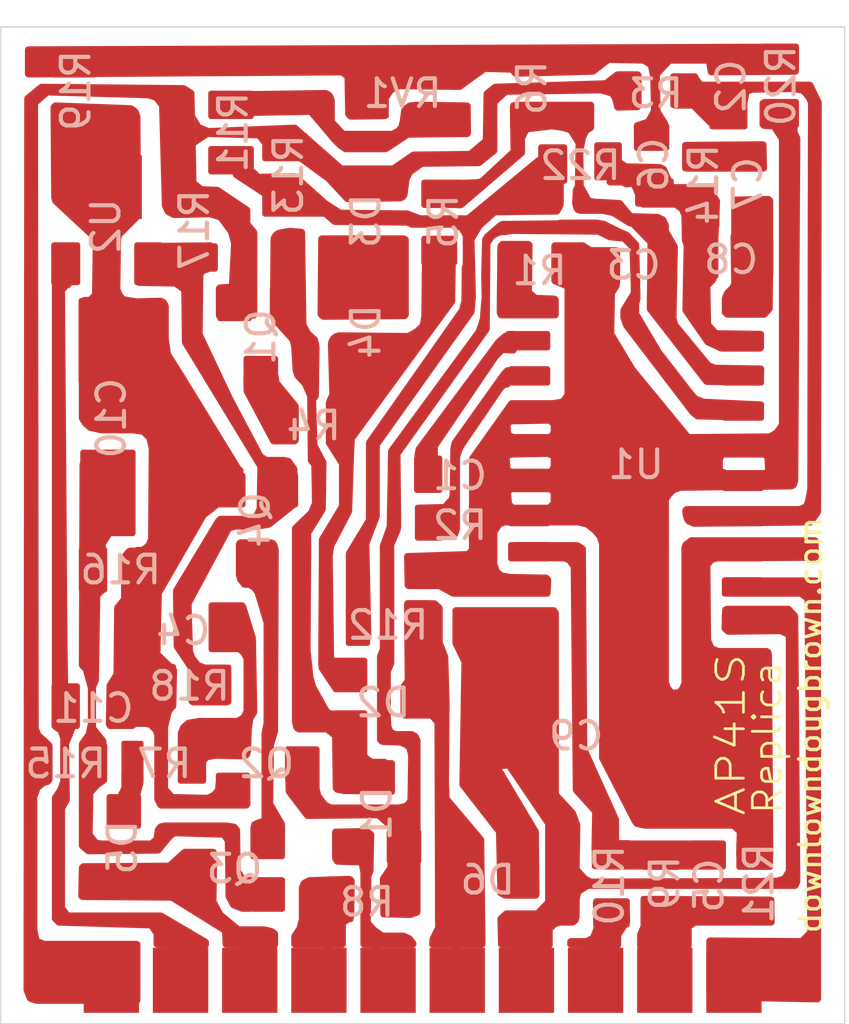
<source format=kicad_pcb>
(kicad_pcb (version 20241229) (generator "pcbnew") (generator_version "9.0")
  (layers (0 "F.Cu" signal) (2 "B.Cu" signal) (13 "F.Paste" user) (15 "B.Paste" user) (5 "F.SilkS" user "F.Silkscreen") (7 "B.SilkS" user "B.Silkscreen") (1 "F.Mask" user) (3 "B.Mask" user) (25 "Edge.Cuts" user))
  (net 0 "")
  (net 1 "GND")
  (net 2 "Net-(U1-CF)")
  (net 3 "Net-(U1-VF)")
  (net 4 "Net-(U1-OVP)")
  (net 5 "Net-(Q2-B)")
  (net 6 "Net-(U1-CLM-)")
  (net 7 "Net-(R11-Pad2)")
  (net 8 "Net-(C7-Pad1)")
  (net 9 "+12V_ALWAYS_ON")
  (net 10 "Net-(Q3-B)")
  (net 11 "-12V")
  (net 12 "Net-(D1-K)")
  (net 13 "Net-(D2-A)")
  (net 14 "+12V")
  (net 15 "+5V")
  (net 16 "Net-(D3-A)")
  (net 17 "Net-(D5-K)")
  (net 18 "/{slash}PFW")
  (net 19 "/CLM_CIRCUIT")
  (net 20 "/RESET_FEEDBACK")
  (net 21 "+5V_ALWAYS_ON")
  (net 22 "/VOUT")
  (net 23 "Net-(Q1-C)")
  (net 24 "Net-(Q2-C)")
  (net 25 "Net-(Q3-E)")
  (net 26 "Net-(Q4-B)")
  (net 27 "Net-(U1-T-ON)")
  (net 28 "Net-(U1-T-OFF)")
  (net 29 "Net-(U1-DET)")
  (net 30 "Net-(R11-Pad1)")
  (net 31 "Net-(U1-F{slash}B)")
  (footprint "iisi-riser-board:R_0805_2012Metric" (layer "F.Cu") (at 125.35 69.6875 90)
    (property "Reference" "R14")
    (property "Value" "33k")
  )
  (footprint "iisi-riser-board:SOT-346-Rohm" (layer "F.Cu") (at 108.45 94.375 180)
    (property "Reference" "Q3")
    (property "Value" "2SC2412K")
  )
  (footprint "iisi-riser-board:R_0805_2012Metric" (layer "F.Cu") (at 114.0125 85.525 180)
    (property "Reference" "R12")
    (property "Value" "150k")
  )
  (footprint "iisi-riser-board:R_0805_2012Metric" (layer "F.Cu") (at 104.3375 83.6)
    (property "Reference" "R16")
    (property "Value" "4.7k")
  )
  (footprint "iisi-riser-board:C_0805_2012Metric" (layer "F.Cu") (at 103.35 88.525)
    (property "Reference" "C11")
    (property "Value" "?")
  )
  (footprint "iisi-riser-board:R_0805_2012Metric" (layer "F.Cu") (at 105.9125 90.5)
    (property "Reference" "R7")
    (property "Value" "1k")
  )
  (footprint "iisi-riser-board:R_0805_2012Metric" (layer "F.Cu") (at 108.325 67.8125 -90)
    (property "Reference" "R11")
    (property "Value" "6.8k")
  )
  (footprint "iisi-riser-board:R_0805_2012Metric" (layer "F.Cu") (at 116.4375 81.9 180)
    (property "Reference" "R2")
    (property "Value" "22k")
  )
  (footprint "iisi-riser-board:SC-59-Diode" (layer "F.Cu") (at 113.825 88.35)
    (property "Reference" "D2")
    (property "Value" "13V")
  )
  (footprint "Potentiometer_SMD:Potentiometer_Bourns_TC33X_Vertical" (layer "F.Cu") (at 114.525 66.375 180)
    (property "Reference" "RV1")
    (property "Value" "2.2k")
  )
  (footprint "iisi-riser-board:C_0805_2012Metric" (layer "F.Cu") (at 116.55 80.2)
    (property "Reference" "C1")
    (property "Value" "330pF")
  )
  (footprint "Package_TO_SOT_SMD:SOT-89-3" (layer "F.Cu") (at 103.85 70.6 90)
    (property "Reference" "U2")
    (property "Value" "M51944BML")
  )
  (footprint "iisi-riser-board:R_0805_2012Metric" (layer "F.Cu") (at 123.675 66.3)
    (property "Reference" "R3")
    (property "Value" "10k")
  )
  (footprint "Capacitor_SMD:C_1206_3216Metric" (layer "F.Cu") (at 106.6 85.675 180)
    (property "Reference" "C4")
    (property "Value" "0.22uF")
  )
  (footprint "iisi-riser-board:R_0805_2012Metric" (layer "F.Cu") (at 115.95 71.025 90)
    (property "Reference" "R5")
    (property "Value" "100")
  )
  (footprint "iisi-riser-board:CP_Elec" (layer "F.Cu") (at 103.875 78.125 90)
    (property "Reference" "C10")
    (property "Value" "100uF")
  )
  (footprint "iisi-riser-board:SOT-346-Rohm" (layer "F.Cu") (at 109.4 75.2 -90)
    (property "Reference" "Q1")
    (property "Value" "DTA114E")
  )
  (footprint "iisi-riser-board:C_0805_2012Metric" (layer "F.Cu") (at 126.325 66.15 90)
    (property "Reference" "C2")
    (property "Value" "0.01uF")
  )
  (footprint "iisi-riser-board:R_0805_2012Metric" (layer "F.Cu") (at 119.475 72.675 180)
    (property "Reference" "R1")
    (property "Value" "22k")
  )
  (footprint "iisi-riser-board:SC-59-Diode" (layer "F.Cu") (at 104.45 93.625 90)
    (property "Reference" "D5")
    (property "Value" "BAS16")
  )
  (footprint "iisi-riser-board:R_0805_2012Metric" (layer "F.Cu") (at 120.95 68.95)
    (property "Reference" "R22")
    (property "Value" "0")
  )
  (footprint "iisi-riser-board:R_0805_2012Metric" (layer "F.Cu") (at 122.075 94.8875 90)
    (property "Reference" "R10")
    (property "Value" "220")
  )
  (footprint "iisi-riser-board:SC-59-Diode" (layer "F.Cu") (at 113.15 75.1 -90)
    (property "Reference" "D4")
    (property "Value" "BAS16")
  )
  (footprint "iisi-riser-board:C_0805_2012Metric" (layer "F.Cu") (at 127 69.675 -90)
    (property "Reference" "C7")
    (property "Value" "3300pF")
  )
  (footprint "iisi-riser-board:R_0805_2012Metric" (layer "F.Cu") (at 107.025 71.325 -90)
    (property "Reference" "R17")
    (property "Value" "10k")
  )
  (footprint "iisi-riser-board:R_0805_2012Metric" (layer "F.Cu") (at 127.3 94.925 90)
    (property "Reference" "R21")
    (property "Value" "0")
  )
  (footprint "iisi-riser-board:C_0805_2012Metric" (layer "F.Cu") (at 122.875 72.65 180)
    (property "Reference" "C3")
    (property "Value" "0.01uF")
  )
  (footprint "iisi-riser-board:C_0805_2012Metric" (layer "F.Cu") (at 123.525 68.975 90)
    (property "Reference" "C6")
    (property "Value" "0.01uF")
  )
  (footprint "iisi-riser-board:C_0805_2012Metric" (layer "F.Cu") (at 126.4 72.4)
    (property "Reference" "C8")
    (property "Value" "1000pF")
  )
  (footprint "iisi-riser-board:R_0805_2012Metric" (layer "F.Cu") (at 106.825 87.825 180)
    (property "Reference" "R18")
    (property "Value" "47k")
  )
  (footprint "iisi-riser-board:SO-20_5.3x12.6mm_P1.27mm" (layer "F.Cu") (at 122.9625 79.775 180)
    (property "Reference" "U1")
    (property "Value" "M51977FP")
  )
  (footprint "iisi-riser-board:R_0805_2012Metric" (layer "F.Cu") (at 111.3125 78.3)
    (property "Reference" "R4")
    (property "Value" "4.7k")
  )
  (footprint "iisi-riser-board:EdgeConnector10" (layer "F.Cu") (at 115.25 98.425)
    (property "Reference" "J1" (hide yes))
    (property "Value" "Conn_01x10_Pin")
  )
  (footprint "iisi-riser-board:R_0805_2012Metric" (layer "F.Cu") (at 128.175 66.125 90)
    (property "Reference" "R20")
    (property "Value" "0")
  )
  (footprint "iisi-riser-board:R_0805_2012Metric" (layer "F.Cu") (at 123.85 94.9125 90)
    (property "Reference" "R9")
    (property "Value" "8.2")
  )
  (footprint "iisi-riser-board:SC-59-Diode" (layer "F.Cu") (at 117.525 94.85)
    (property "Reference" "D6")
    (property "Value" "SB05-05C-TB-E")
  )
  (footprint "iisi-riser-board:R_0805_2012Metric" (layer "F.Cu") (at 102.65 66.3125 90)
    (property "Reference" "R19")
    (property "Value" "0")
  )
  (footprint "iisi-riser-board:R_0805_2012Metric" (layer "F.Cu") (at 110.275 69.3375 -90)
    (property "Reference" "R13")
    (property "Value" "10k")
  )
  (footprint "iisi-riser-board:SC-59-Diode" (layer "F.Cu") (at 113.15 70.975 90)
    (property "Reference" "D3")
    (property "Value" "5.1V")
  )
  (footprint "iisi-riser-board:R_0805_2012Metric" (layer "F.Cu") (at 102.35 90.575)
    (property "Reference" "R15")
    (property "Value" "10k")
  )
  (footprint "iisi-riser-board:R_0805_2012Metric" (layer "F.Cu") (at 119.2 66.2 -90)
    (property "Reference" "R6")
    (property "Value" "10k")
  )
  (footprint "iisi-riser-board:CP_Elec" (layer "F.Cu") (at 120.65 89.5)
    (property "Reference" "C9")
    (property "Value" "33uF")
  )
  (footprint "iisi-riser-board:SOT-346-Rohm" (layer "F.Cu") (at 109.175 81.925 -90)
    (property "Reference" "Q4")
    (property "Value" "2SC2412K")
  )
  (footprint "iisi-riser-board:R_0805_2012Metric" (layer "F.Cu") (at 113.2375 95.45)
    (property "Reference" "R8")
    (property "Value" "100k")
  )
  (footprint "iisi-riser-board:SOT-346-Rohm" (layer "F.Cu") (at 109.6 90.6)
    (property "Reference" "Q2")
    (property "Value" "DTC124X")
  )
  (footprint "iisi-riser-board:SC-59-Diode" (layer "F.Cu") (at 113.625 92.4 90)
    (property "Reference" "D1")
    (property "Value" "18V")
  )
  (footprint "iisi-riser-board:C_0805_2012Metric" (layer "F.Cu") (at 125.55 94.9 -90)
    (property "Reference" "C5")
    (property "Value" "470pF")
  )
  (gr_line (start 130.5 64) (end 130.5 100) (stroke (width 0.05)) (layer "Edge.Cuts"))
  (gr_line (start 130.5 100) (end 100 100) (stroke (width 0.05)) (layer "Edge.Cuts"))
  (gr_line (start 100 64) (end 130.5 64) (stroke (width 0.05)) (layer "Edge.Cuts"))
  (gr_line (start 100 100) (end 100 64) (stroke (width 0.05)) (layer "Edge.Cuts"))
  (gr_text "Replica" (at 128.29 92.5 90) (layer "F.SilkS") (effects (font (size 1 1) (thickness 0.1)) (justify left bottom)))
  (gr_text "AP41S" (at 126.97 92.56 90) (layer "F.SilkS") (effects (font (size 1 1.25) (thickness 0.1)) (justify left bottom)))
  (gr_text "downtowndougbrown.com" (at 129.74 96.8 90) (layer "F.SilkS") (effects (font (size 0.8 0.8) (thickness 0.125)) (justify left bottom)))
  (segment (start 123.35 89.5) (end 123.328887 81.625) (width 0.2) (layer "F.Cu") (net 1))
  (segment (start 125.6 95.9) (end 123.85 95.9125) (width 0.2) (layer "F.Cu") (net 1))
  (segment (start 123.525 67.975) (end 123.675 67.175) (width 0.2) (layer "F.Cu") (net 1))
  (segment (start 104.35 88.525) (end 105.825 87.825) (width 0.2) (layer "F.Cu") (net 1))
  (segment (start 113.275 66.4) (end 113.6 65.475) (width 0.2) (layer "F.Cu") (net 1))
  (segment (start 102.65 67.3125) (end 103.85 69.99375) (width 0.2) (layer "F.Cu") (net 1))
  (segment (start 126.925 91.2) (end 125.325 89.2) (width 0.2) (layer "F.Cu") (net 1))
  (segment (start 117.325 83.875) (end 117.4375 81.925) (width 0.2) (layer "F.Cu") (net 1))
  (segment (start 103.85 69.99375) (end 103.875 75.35) (width 0.2) (layer "F.Cu") (net 1))
  (segment (start 125.3 64.975) (end 126.325 65.15) (width 0.2) (layer "F.Cu") (net 1))
  (segment (start 119.2 65.2) (end 123.625 65.05) (width 0.2) (layer "F.Cu") (net 1))
  (segment (start 120.475 72.65) (end 121.875 72.65) (width 0.2) (layer "F.Cu") (net 1))
  (segment (start 119.1 77.87) (end 123.1 79.2) (width 0.2) (layer "F.Cu") (net 1))
  (segment (start 107.125 80.925) (end 108.225 80.725) (width 0.2) (layer "F.Cu") (net 1))
  (segment (start 123.328887 81.625) (end 123.325 80.175) (width 0.2) (layer "F.Cu") (net 1))
  (segment (start 127.25 93.925) (end 126.925 91.2) (width 0.2) (layer "F.Cu") (net 1))
  (segment (start 126.825 79.14) (end 128.475 78.925) (width 0.2) (layer "F.Cu") (net 1))
  (segment (start 120.475 72.65) (end 123.1 79.2) (width 0.2) (layer "F.Cu") (net 1))
  (segment (start 119.1 79.14) (end 123.1 79.2) (width 0.2) (layer "F.Cu") (net 1))
  (segment (start 128.525 68.125) (end 128.175 67.125) (width 0.2) (layer "F.Cu") (net 1))
  (segment (start 125.1 82.975) (end 125.325 89.2) (width 0.2) (layer "F.Cu") (net 1))
  (segment (start 123.325 80.175) (end 126.825 80.41) (width 0.2) (layer "F.Cu") (net 1))
  (segment (start 123.1 79.2) (end 123.325 80.175) (width 0.2) (layer "F.Cu") (net 1))
  (segment (start 117.4375 81.925) (end 119.1 81.68) (width 0.2) (layer "F.Cu") (net 1))
  (segment (start 105.3375 83.6) (end 105.025 85.675) (width 0.2) (layer "F.Cu") (net 1))
  (segment (start 105.025 85.675) (end 105.825 87.825) (width 0.2) (layer "F.Cu") (net 1))
  (segment (start 105.825 87.825) (end 105.925 91.925) (width 0.2) (layer "F.Cu") (net 1))
  (segment (start 117.5 80.175) (end 119.1 80.41) (width 0.2) (layer "F.Cu") (net 1))
  (segment (start 105.925 91.925) (end 107.55 92) (width 0.2) (layer "F.Cu") (net 1))
  (segment (start 107.55 92) (end 108.4 91.55) (width 0.2) (layer "F.Cu") (net 1))
  (segment (start 126.825 82.95) (end 125.1 82.975) (width 0.2) (layer "F.Cu") (net 1))
  (segment (start 113.225 65.15) (end 113.275 66.4) (width 0.2) (layer "F.Cu") (net 1))
  (segment (start 119.1 81.68) (end 123.328887 81.625) (width 0.2) (layer "F.Cu") (net 1))
  (segment (start 102.65 65.3125) (end 113.225 65.15) (width 0.2) (layer "F.Cu") (net 1))
  (segment (start 105.3375 83.6) (end 107.125 80.925) (width 0.2) (layer "F.Cu") (net 1))
  (segment (start 123.675 67.175) (end 123.625 65.05) (width 0.2) (layer "F.Cu") (net 1))
  (segment (start 116.225 65.35) (end 119.2 65.2) (width 0.2) (layer "F.Cu") (net 1))
  (segment (start 123.625 65.05) (end 125.3 64.975) (width 0.2) (layer "F.Cu") (net 1))
  (segment (start 113.6 65.475) (end 116.225 65.35) (width 0.2) (layer "F.Cu") (net 1))
  (segment (start 126.325 65.15) (end 128.175 65.125) (width 0.2) (layer "F.Cu") (net 1))
  (segment (start 119.1 80.41) (end 123.325 80.175) (width 0.2) (layer "F.Cu") (net 1))
  (segment (start 128.475 78.925) (end 128.525 68.125) (width 0.2) (layer "F.Cu") (net 1))
  (segment (start 124 98.425) (end 123.85 95.9125) (width 0.2) (layer "F.Cu") (net 1))
  (segment (start 125.325 89.2) (end 123.35 89.5) (width 0.2) (layer "F.Cu") (net 1))
  (segment (start 127.3 95.925) (end 125.6 95.9) (width 0.2) (layer "F.Cu") (net 1))
  (segment (start 103.875 75.35) (end 108.225 80.725) (width 0.2) (layer "F.Cu") (net 1))
  (segment (start 126.825 79.14) (end 123.325 80.175) (width 0.2) (layer "F.Cu") (net 1))
  (segment (start 119.1 84.22) (end 117.325 83.875) (width 0.2) (layer "F.Cu") (net 1))
  (segment (start 115.45 80.15) (end 115.475 79.125) (width 0.2) (layer "F.Cu") (net 2))
  (segment (start 115.475 79.125) (end 118.1 75.425) (width 0.2) (layer "F.Cu") (net 2))
  (segment (start 118.1 75.425) (end 119.1 75.33) (width 0.2) (layer "F.Cu") (net 2))
  (segment (start 129.441803 66.8) (end 129 66.225) (width 0.2) (layer "F.Cu") (net 3))
  (segment (start 124.7 66.3) (end 126.2 66.2) (width 0.2) (layer "F.Cu") (net 3))
  (segment (start 126.2 66.2) (end 126.218315 66.181685) (width 0.2) (layer "F.Cu") (net 3))
  (segment (start 129.441803 81.425) (end 128.975 81.575) (width 0.2) (layer "F.Cu") (net 3))
  (segment (start 129.441803 66.8) (end 129.441803 81.425) (width 0.2) (layer "F.Cu") (net 3))
  (segment (start 129 66.225) (end 126.2 66.2) (width 0.2) (layer "F.Cu") (net 3))
  (segment (start 124.7 66.3) (end 126.3 67.2) (width 0.2) (layer "F.Cu") (net 3))
  (segment (start 128.975 81.575) (end 126.825 81.68) (width 0.2) (layer "F.Cu") (net 3))
  (segment (start 126.825 76.6) (end 125.55 76.475) (width 0.2) (layer "F.Cu") (net 4))
  (segment (start 115.95 70.025) (end 117.125 69.875) (width 0.2) (layer "F.Cu") (net 4))
  (segment (start 119.125 67.225) (end 120.95 67.225) (width 0.2) (layer "F.Cu") (net 4))
  (segment (start 123.775 71.4) (end 123.925 72.575) (width 0.2) (layer "F.Cu") (net 4))
  (segment (start 125.55 76.475) (end 123.875 74.3) (width 0.2) (layer "F.Cu") (net 4))
  (segment (start 123.025 71.05) (end 123.775 71.4) (width 0.2) (layer "F.Cu") (net 4))
  (segment (start 120.95 67.225) (end 120.975 70.45) (width 0.2) (layer "F.Cu") (net 4))
  (segment (start 117.125 69.875) (end 118.675 68.4) (width 0.2) (layer "F.Cu") (net 4))
  (segment (start 120.975 70.45) (end 122.075 70.475) (width 0.2) (layer "F.Cu") (net 4))
  (segment (start 122.075 70.475) (end 123.025 71.05) (width 0.2) (layer "F.Cu") (net 4))
  (segment (start 118.675 68.4) (end 118.725 67.95) (width 0.2) (layer "F.Cu") (net 4))
  (segment (start 118.725 67.95) (end 119.125 67.225) (width 0.2) (layer "F.Cu") (net 4))
  (segment (start 123.875 74.3) (end 123.925 72.575) (width 0.2) (layer "F.Cu") (net 4))
  (segment (start 108.175 85.675) (end 109.025 86.55) (width 0.2) (layer "F.Cu") (net 5))
  (segment (start 106.9125 90.5) (end 108.4 89.65) (width 0.2) (layer "F.Cu") (net 5))
  (segment (start 109.025 86.55) (end 109.05 88.775) (width 0.2) (layer "F.Cu") (net 5))
  (segment (start 109.05 88.775) (end 108.4 89.65) (width 0.2) (layer "F.Cu") (net 5))
  (segment (start 122.025 92.5) (end 120.95 90.05) (width 0.2) (layer "F.Cu") (net 6))
  (segment (start 120.95 90.05) (end 120.85 82.95) (width 0.2) (layer "F.Cu") (net 6))
  (segment (start 123.85 93.9125) (end 125.55 93.9) (width 0.2) (layer "F.Cu") (net 6))
  (segment (start 120.85 82.95) (end 119.1 82.95) (width 0.2) (layer "F.Cu") (net 6))
  (segment (start 122.075 93.8875) (end 122.025 92.5) (width 0.2) (layer "F.Cu") (net 6))
  (segment (start 122.075 93.8875) (end 123.85 93.9125) (width 0.2) (layer "F.Cu") (net 6))
  (segment (start 110.275 70.3375) (end 111.75 70.6) (width 0.2) (layer "F.Cu") (net 7))
  (segment (start 116.925 71.025) (end 117.15 71.025) (width 0.2) (layer "F.Cu") (net 7))
  (segment (start 108.325 68.8125) (end 110.275 70.3375) (width 0.2) (layer "F.Cu") (net 7))
  (segment (start 114.85 70.95) (end 115.125 71.025) (width 0.2) (layer "F.Cu") (net 7))
  (segment (start 116.875 74.175) (end 116.925 71.025) (width 0.2) (layer "F.Cu") (net 7))
  (segment (start 112.9125 85.525) (end 112.875 82.825) (width 0.2) (layer "F.Cu") (net 7))
  (segment (start 112.875 82.825) (end 113.45 81.725) (width 0.2) (layer "F.Cu") (net 7))
  (segment (start 111.75 70.6) (end 112.35 70.925) (width 0.2) (layer "F.Cu") (net 7))
  (segment (start 113.5 78.9) (end 116.875 74.175) (width 0.2) (layer "F.Cu") (net 7))
  (segment (start 113.45 81.725) (end 113.5 78.9) (width 0.2) (layer "F.Cu") (net 7))
  (segment (start 117.15 71.025) (end 119.95 68.95) (width 0.2) (layer "F.Cu") (net 7))
  (segment (start 112.35 70.925) (end 114.85 70.95) (width 0.2) (layer "F.Cu") (net 7))
  (segment (start 115.125 71.025) (end 116.925 71.025) (width 0.2) (layer "F.Cu") (net 7))
  (segment (start 125.35 68.6875) (end 127 68.675) (width 0.2) (layer "F.Cu") (net 8))
  (segment (start 119.15 87.8) (end 119.1 85.49) (width 0.2) (layer "F.Cu") (net 9))
  (segment (start 128.675 94.925) (end 120.4 94.925) (width 0.2) (layer "F.Cu") (net 9))
  (segment (start 118.825 94.85) (end 118.6 92.88) (width 0.2) (layer "F.Cu") (net 9))
  (segment (start 118.6 92.88) (end 117.51 91.31) (width 0.2) (layer "F.Cu") (net 9))
  (segment (start 128.6 85.475) (end 128.675 94.925) (width 0.2) (layer "F.Cu") (net 9))
  (segment (start 120.25 92.6) (end 118.05 89.5) (width 0.2) (layer "F.Cu") (net 9))
  (segment (start 118.05 89.5) (end 119.15 87.8) (width 0.2) (layer "F.Cu") (net 9))
  (segment (start 117.51 91.31) (end 118.05 89.5) (width 0.2) (layer "F.Cu") (net 9))
  (segment (start 120.4 94.925) (end 120.3 94.925) (width 0.2) (layer "F.Cu") (net 9))
  (segment (start 126.825 85.49) (end 128.6 85.475) (width 0.2) (layer "F.Cu") (net 9))
  (segment (start 118.975 96.45) (end 120.4 94.925) (width 0.2) (layer "F.Cu") (net 9))
  (segment (start 119 98.425) (end 118.975 96.45) (width 0.2) (layer "F.Cu") (net 9))
  (segment (start 120.3 94.925) (end 120.25 92.6) (width 0.2) (layer "F.Cu") (net 9))
  (segment (start 103.35 90.575) (end 103.3375 83.6) (width 0.2) (layer "F.Cu") (net 10))
  (segment (start 103.45 93.625) (end 105.575 93.6) (width 0.2) (layer "F.Cu") (net 10))
  (segment (start 103.3375 83.6) (end 103.875 80.825) (width 0.2) (layer "F.Cu") (net 10))
  (segment (start 103.35 90.575) (end 103.125 91.85) (width 0.2) (layer "F.Cu") (net 10))
  (segment (start 103.125 91.85) (end 103.15 93.55) (width 0.2) (layer "F.Cu") (net 10))
  (segment (start 105.575 93.6) (end 106 93.025) (width 0.2) (layer "F.Cu") (net 10))
  (segment (start 108.275 93.025) (end 108.4 93.35) (width 0.2) (layer "F.Cu") (net 10))
  (segment (start 106 93.025) (end 108.275 93.025) (width 0.2) (layer "F.Cu") (net 10))
  (segment (start 108.5 95.225) (end 109.65 95.325) (width 0.2) (layer "F.Cu") (net 10))
  (segment (start 108.4 93.35) (end 108.5 95.225) (width 0.2) (layer "F.Cu") (net 10))
  (segment (start 103.15 93.55) (end 103.45 93.625) (width 0.2) (layer "F.Cu") (net 10))
  (segment (start 113.2 94.5) (end 112.675 93.6) (width 0.2) (layer "F.Cu") (net 11))
  (segment (start 113.225 96.375) (end 113.2 94.5) (width 0.2) (layer "F.Cu") (net 11))
  (segment (start 114 98.425) (end 113.225 96.375) (width 0.2) (layer "F.Cu") (net 11))
  (segment (start 110.9 87.5) (end 110.9 82.05) (width 0.2) (layer "F.Cu") (net 12))
  (segment (start 111.55 79.775) (end 111.3 79.325) (width 0.2) (layer "F.Cu") (net 12))
  (segment (start 111.55 81.3) (end 111.55 79.775) (width 0.2) (layer "F.Cu") (net 12))
  (segment (start 112.55 90.7) (end 112.5 89.35) (width 0.2) (layer "F.Cu") (net 12))
  (segment (start 111.25 76.525) (end 110.35 74) (width 0.2) (layer "F.Cu") (net 12))
  (segment (start 112.5 89.35) (end 111.1 88.575) (width 0.2) (layer "F.Cu") (net 12))
  (segment (start 111.1 88.575) (end 110.9 87.5) (width 0.2) (layer "F.Cu") (net 12))
  (segment (start 113.625 91.1) (end 112.55 90.7) (width 0.2) (layer "F.Cu") (net 12))
  (segment (start 111.3 79.325) (end 111.25 76.525) (width 0.2) (layer "F.Cu") (net 12))
  (segment (start 110.9 82.05) (end 111.55 81.3) (width 0.2) (layer "F.Cu") (net 12))
  (segment (start 111.75 86.8) (end 112.625 87.4) (width 0.2) (layer "F.Cu") (net 13))
  (segment (start 112.3 79.5) (end 112.475 79.775) (width 0.2) (layer "F.Cu") (net 13))
  (segment (start 111.75 82.675) (end 111.75 86.8) (width 0.2) (layer "F.Cu") (net 13))
  (segment (start 112.2625 78.3) (end 113.15 76.4) (width 0.2) (layer "F.Cu") (net 13))
  (segment (start 112.2625 78.3) (end 112.3 79.5) (width 0.2) (layer "F.Cu") (net 13))
  (segment (start 112.425 81.425) (end 111.75 82.675) (width 0.2) (layer "F.Cu") (net 13))
  (segment (start 112.475 79.775) (end 112.425 81.425) (width 0.2) (layer "F.Cu") (net 13))
  (segment (start 115.85 72.075) (end 115.575 74.65) (width 0.2) (layer "F.Cu") (net 13))
  (segment (start 114.375 76) (end 113.15 76.4) (width 0.2) (layer "F.Cu") (net 13))
  (segment (start 115.575 74.65) (end 114.375 76) (width 0.2) (layer "F.Cu") (net 13))
  (segment (start 116.5 98.425) (end 116.325 93.9) (width 0.2) (layer "F.Cu") (net 14))
  (segment (start 115.925 88.5) (end 115.125 88.35) (width 0.2) (layer "F.Cu") (net 14))
  (segment (start 115.975 91.9) (end 115.925 88.5) (width 0.2) (layer "F.Cu") (net 14))
  (segment (start 116.325 93.9) (end 115.975 91.9) (width 0.2) (layer "F.Cu") (net 14))
  (segment (start 115.125 88.35) (end 115.0625 85.525) (width 0.2) (layer "F.Cu") (net 14))
  (segment (start 108.4 70.65) (end 108.75 71.4) (width 0.2) (layer "F.Cu") (net 15))
  (segment (start 101.125 91.9) (end 101.125 98.4) (width 0.2) (layer "F.Cu") (net 15))
  (segment (start 117.725 66.5) (end 118.1 66.25) (width 0.2) (layer "F.Cu") (net 15))
  (segment (start 106.218243 67.775) (end 106.125 68.35) (width 0.2) (layer "F.Cu") (net 15))
  (segment (start 106.125 68.35) (end 106.15 69.45) (width 0.2) (layer "F.Cu") (net 15))
  (segment (start 118.1 66.25) (end 121.625 66.2) (width 0.2) (layer "F.Cu") (net 15))
  (segment (start 117.15 68.75) (end 117.65 68.35) (width 0.2) (layer "F.Cu") (net 15))
  (segment (start 113.15 69.675) (end 114.275 69.55) (width 0.2) (layer "F.Cu") (net 15))
  (segment (start 101.05 66.7) (end 101.575 66.275) (width 0.2) (layer "F.Cu") (net 15))
  (segment (start 108.75 71.4) (end 108.45 74) (width 0.2) (layer "F.Cu") (net 15))
  (segment (start 106.425 66.5) (end 106.218243 67.775) (width 0.2) (layer "F.Cu") (net 15))
  (segment (start 101.15 89.2) (end 101.05 66.7) (width 0.2) (layer "F.Cu") (net 15))
  (segment (start 107.025 70.325) (end 108.4 70.65) (width 0.2) (layer "F.Cu") (net 15))
  (segment (start 114.275 69.55) (end 115.025 68.75) (width 0.2) (layer "F.Cu") (net 15))
  (segment (start 112.175 69.425) (end 113.15 69.675) (width 0.2) (layer "F.Cu") (net 15))
  (segment (start 117.65 68.35) (end 117.725 66.5) (width 0.2) (layer "F.Cu") (net 15))
  (segment (start 110.275 68.3375) (end 109.375 67.8) (width 0.2) (layer "F.Cu") (net 15))
  (segment (start 101.125 98.4) (end 104 98.425) (width 0.2) (layer "F.Cu") (net 15))
  (segment (start 111.3 68.6) (end 112.175 69.425) (width 0.2) (layer "F.Cu") (net 15))
  (segment (start 109.375 67.8) (end 106.218243 67.775) (width 0.2) (layer "F.Cu") (net 15))
  (segment (start 115.025 68.75) (end 117.15 68.75) (width 0.2) (layer "F.Cu") (net 15))
  (segment (start 101.35 90.575) (end 101.125 91.9) (width 0.2) (layer "F.Cu") (net 15))
  (segment (start 110.275 68.3375) (end 111.3 68.6) (width 0.2) (layer "F.Cu") (net 15))
  (segment (start 106.15 69.45) (end 107.025 70.325) (width 0.2) (layer "F.Cu") (net 15))
  (segment (start 101.35 90.575) (end 101.15 89.2) (width 0.2) (layer "F.Cu") (net 15))
  (segment (start 121.625 66.2) (end 122.675 66.3) (width 0.2) (layer "F.Cu") (net 15))
  (segment (start 101.575 66.275) (end 106.425 66.5) (width 0.2) (layer "F.Cu") (net 15))
  (segment (start 112.2 72.175) (end 114.1 73.9) (width 0.2) (layer "F.Cu") (net 16))
  (segment (start 104.45 92.325) (end 104.7625 90.55) (width 0.2) (layer "F.Cu") (net 17))
  (segment (start 107.125 95.575) (end 107.15 94.375) (width 0.2) (layer "F.Cu") (net 18))
  (segment (start 108.8 96.85) (end 107.125 95.575) (width 0.2) (layer "F.Cu") (net 18))
  (segment (start 109 98.425) (end 108.8 96.85) (width 0.2) (layer "F.Cu") (net 18))
  (segment (start 107.125 95.575) (end 103.5 94.825) (width 0.2) (layer "F.Cu") (net 18))
  (segment (start 121.5 98.425) (end 122.075 95.9875) (width 0.2) (layer "F.Cu") (net 19))
  (segment (start 106.45 97.025) (end 106.5 98.425) (width 0.2) (layer "F.Cu") (net 20))
  (segment (start 102.325 91.75) (end 102.15 92.15) (width 0.2) (layer "F.Cu") (net 20))
  (segment (start 102.125 73.75) (end 102.35 88.525) (width 0.2) (layer "F.Cu") (net 20))
  (segment (start 102.35 72.55) (end 102.125 73.75) (width 0.2) (layer "F.Cu") (net 20))
  (segment (start 102.15 92.15) (end 102.2 96.2) (width 0.2) (layer "F.Cu") (net 20))
  (segment (start 102.2 96.2) (end 105.725 96.3) (width 0.2) (layer "F.Cu") (net 20))
  (segment (start 105.725 96.3) (end 106.45 97.025) (width 0.2) (layer "F.Cu") (net 20))
  (segment (start 102.35 88.525) (end 102.325 91.75) (width 0.2) (layer "F.Cu") (net 20))
  (segment (start 111.5 98.425) (end 112.25 95.5) (width 0.2) (layer "F.Cu") (net 21))
  (segment (start 126.5 98.425) (end 129.45 97.65) (width 0.2) (layer "F.Cu") (net 22))
  (segment (start 129.45 97.65) (end 129.35 84.075) (width 0.2) (layer "F.Cu") (net 22))
  (segment (start 129.35 84.075) (end 126.825 84.22) (width 0.2) (layer "F.Cu") (net 22))
  (segment (start 109.4 76.5) (end 110.2625 78.3) (width 0.2) (layer "F.Cu") (net 23))
  (segment (start 114.25 82.025) (end 114.225 79.325) (width 0.2) (layer "F.Cu") (net 24))
  (segment (start 125.15 77.825) (end 126.825 77.87) (width 0.2) (layer "F.Cu") (net 24))
  (segment (start 114.575 92.375) (end 111.4 92.275) (width 0.2) (layer "F.Cu") (net 24))
  (segment (start 121.675 71.225) (end 122.125 71.475) (width 0.2) (layer "F.Cu") (net 24))
  (segment (start 122.125 71.475) (end 122.575 71.6) (width 0.2) (layer "F.Cu") (net 24))
  (segment (start 114.95 89.775) (end 113.925 89.625) (width 0.2) (layer "F.Cu") (net 24))
  (segment (start 110.85 91.525) (end 110.9 90.6) (width 0.2) (layer "F.Cu") (net 24))
  (segment (start 117.575 71.625) (end 117.8 71.375) (width 0.2) (layer "F.Cu") (net 24))
  (segment (start 114 86.5) (end 113.925 82.675) (width 0.2) (layer "F.Cu") (net 24))
  (segment (start 114.575 92.375) (end 114.95 92.05) (width 0.2) (layer "F.Cu") (net 24))
  (segment (start 111.4 92.275) (end 110.85 91.525) (width 0.2) (layer "F.Cu") (net 24))
  (segment (start 122.575 71.6) (end 122.925 71.9) (width 0.2) (layer "F.Cu") (net 24))
  (segment (start 122.725 74.275) (end 125.15 77.825) (width 0.2) (layer "F.Cu") (net 24))
  (segment (start 114.2375 95.4) (end 114.7 94.65) (width 0.2) (layer "F.Cu") (net 24))
  (segment (start 118.25 71.2) (end 121.675 71.225) (width 0.2) (layer "F.Cu") (net 24))
  (segment (start 122.925 71.9) (end 122.925 73.75) (width 0.2) (layer "F.Cu") (net 24))
  (segment (start 114.7 94.65) (end 114.575 92.375) (width 0.2) (layer "F.Cu") (net 24))
  (segment (start 113.925 82.675) (end 114.25 82.025) (width 0.2) (layer "F.Cu") (net 24))
  (segment (start 114.95 92.05) (end 114.95 89.775) (width 0.2) (layer "F.Cu") (net 24))
  (segment (start 117.5 74.725) (end 117.575 71.625) (width 0.2) (layer "F.Cu") (net 24))
  (segment (start 113.875 86.85) (end 114 86.5) (width 0.2) (layer "F.Cu") (net 24))
  (segment (start 113.925 89.625) (end 113.875 86.85) (width 0.2) (layer "F.Cu") (net 24))
  (segment (start 117.8 71.375) (end 118.25 71.2) (width 0.2) (layer "F.Cu") (net 24))
  (segment (start 114.225 79.325) (end 117.5 74.725) (width 0.2) (layer "F.Cu") (net 24))
  (segment (start 122.925 73.75) (end 122.725 74.275) (width 0.2) (layer "F.Cu") (net 24))
  (segment (start 109.8 85.525) (end 109.775 89.4) (width 0.2) (layer "F.Cu") (net 25))
  (segment (start 109.775 89.4) (end 109.65 90.1) (width 0.2) (layer "F.Cu") (net 25))
  (segment (start 109.175 83.225) (end 109.8 85.525) (width 0.2) (layer "F.Cu") (net 25))
  (segment (start 109.65 90.1) (end 109.65 93.425) (width 0.2) (layer "F.Cu") (net 25))
  (segment (start 106.65 84.325) (end 108.125 81.9) (width 0.2) (layer "F.Cu") (net 26))
  (segment (start 106.85 86.95) (end 106.55 86.1) (width 0.2) (layer "F.Cu") (net 26))
  (segment (start 105.35 72.55) (end 107.025 72.325) (width 0.2) (layer "F.Cu") (net 26))
  (segment (start 106.55 86.1) (end 106.65 84.325) (width 0.2) (layer "F.Cu") (net 26))
  (segment (start 107.825 87.75) (end 106.85 86.95) (width 0.2) (layer "F.Cu") (net 26))
  (segment (start 109.45 79.725) (end 106.925 75.25) (width 0.2) (layer "F.Cu") (net 26))
  (segment (start 109.4 81.925) (end 110.125 80.725) (width 0.2) (layer "F.Cu") (net 26))
  (segment (start 106.925 75.25) (end 107.025 72.325) (width 0.2) (layer "F.Cu") (net 26))
  (segment (start 110.125 80.725) (end 109.45 79.725) (width 0.2) (layer "F.Cu") (net 26))
  (segment (start 108.125 81.9) (end 109.4 81.925) (width 0.2) (layer "F.Cu") (net 26))
  (segment (start 119.1 74.06) (end 118.475 72.675) (width 0.2) (layer "F.Cu") (net 27))
  (segment (start 116.45 79.225) (end 118.275 76.65) (width 0.2) (layer "F.Cu") (net 28))
  (segment (start 118.275 76.65) (end 119.1 76.6) (width 0.2) (layer "F.Cu") (net 28))
  (segment (start 115.4775 81.9) (end 116.4 81.775) (width 0.2) (layer "F.Cu") (net 28))
  (segment (start 116.4 81.775) (end 116.45 79.225) (width 0.2) (layer "F.Cu") (net 28))
  (segment (start 123.625 69.975) (end 123.175 69.375) (width 0.2) (layer "F.Cu") (net 29))
  (segment (start 126.825 75.33) (end 125.725 75.2) (width 0.2) (layer "F.Cu") (net 29))
  (segment (start 125.3 70.75) (end 124.925 70.15) (width 0.2) (layer "F.Cu") (net 29))
  (segment (start 124.925 70.15) (end 123.625 69.975) (width 0.2) (layer "F.Cu") (net 29))
  (segment (start 125.4 72.4) (end 125.3 70.75) (width 0.2) (layer "F.Cu") (net 29))
  (segment (start 125.15 74.325) (end 125.4 72.4) (width 0.2) (layer "F.Cu") (net 29))
  (segment (start 123.175 69.375) (end 121.95 68.85) (width 0.2) (layer "F.Cu") (net 29))
  (segment (start 125.725 75.2) (end 125.15 74.325) (width 0.2) (layer "F.Cu") (net 29))
  (segment (start 113.875 68.15) (end 115.1 67.325) (width 0.2) (layer "F.Cu") (net 30))
  (segment (start 108.325 66.8125) (end 111.575 66.8) (width 0.2) (layer "F.Cu") (net 30))
  (segment (start 112.475 68.15) (end 113.875 68.15) (width 0.2) (layer "F.Cu") (net 30))
  (segment (start 115.1 67.325) (end 116.25 67.35) (width 0.2) (layer "F.Cu") (net 30))
  (segment (start 111.575 66.8) (end 111.825 67.6) (width 0.2) (layer "F.Cu") (net 30))
  (segment (start 111.825 67.6) (end 112.475 68.15) (width 0.2) (layer "F.Cu") (net 30))
  (segment (start 126.825 74.06) (end 127.4 72.35) (width 0.2) (layer "F.Cu") (net 31))
  (segment (start 127.4 72.35) (end 127.1 70.75) (width 0.2) (layer "F.Cu") (net 31))
  (zone (net 30) (net_name "Net-(R11-Pad1)") (layer "F.Cu") (priority 18) (connect_pads yes (clearance 0.2)) (min_thickness 0.25) (fill yes (thermal_gap 0.5) (thermal_bridge_width 0.5))
    (polygon (pts (xy 108.225 66.325) (xy 111.775 66.275) (xy 111.925 66.35) (xy 112.025 66.475) (xy 112.075 66.65) (xy 112.075 67.375) (xy 112.425 67.75) (xy 114.125 67.75) (xy 114.275 67.675) (xy 114.375 67.575) (xy 114.425 67.375) (xy 114.475 66.975) (xy 114.575 66.85) (xy 114.75 66.725) (xy 115.05 66.7) (xy 116.975 66.725) (xy 117 67.825) (xy 116.95 67.975) (xy 114.75 68) (xy 113.95 68.525) (xy 112.425 68.525) (xy 112.2 68.375) (xy 111.975 68.15) (xy 111.15 67.175) (xy 108.4 67.225)))
  )
  (zone (net 0) (net_name "") (layer "F.Cu") (connect_pads yes (clearance 0)) (min_thickness 0.25)
    (keepout (tracks not_allowed) (vias not_allowed) (pads not_allowed) (copperpour not_allowed) (footprints allowed))
    (fill (thermal_gap 0.5) (thermal_bridge_width 0.5))
    (polygon (pts (xy 126.175 79.975) (xy 126.1 79.95) (xy 126.1 79.625) (xy 126.15 79.55) (xy 127.55 79.55) (xy 127.6 79.575) (xy 127.625 79.975) (xy 127.575 80) (xy 126.225 80)))
  )
  (zone (net 14) (net_name "+12V") (layer "F.Cu") (priority 6) (connect_pads yes (clearance 0.2)) (min_thickness 0.25) (fill yes (thermal_gap 0.5) (thermal_bridge_width 0.5))
    (polygon (pts (xy 115.475 97.25) (xy 115.5 96.9) (xy 115.7 96.5) (xy 115.675 89.15) (xy 115.525 88.975) (xy 114.55 88.975) (xy 114.45 88.825) (xy 114.45 87.775) (xy 114.6 87.575) (xy 114.575 84.8) (xy 114.65 84.7) (xy 115.725 84.7) (xy 115.975 84.925) (xy 115.975 86.2) (xy 116.175 86.725) (xy 116.225 88.4) (xy 116.2 91.325) (xy 116.225 91.825) (xy 117.475 93.3) (xy 117.525 97.25)))
  )
  (zone (net 25) (net_name "Net-(Q3-E)") (layer "F.Cu") (priority 14) (connect_pads yes (clearance 0.2)) (min_thickness 0.25) (fill yes (thermal_gap 0.5) (thermal_bridge_width 0.5))
    (polygon (pts (xy 109.05 93.175) (xy 109.05 92.725) (xy 109.2 92.65) (xy 109.425 92.575) (xy 109.425 89.5) (xy 109.5 89.125) (xy 109.5 85.525) (xy 109.175 84.45) (xy 109.075 84.325) (xy 108.95 84.25) (xy 108.75 84.25) (xy 108.55 84) (xy 108.5 83.8) (xy 108.5 82.625) (xy 108.6 82.5) (xy 109.775 82.5) (xy 109.925 82.55) (xy 110 82.675) (xy 110.05 82.875) (xy 110.025 89.45) (xy 109.875 89.95) (xy 109.85 92.025) (xy 110.275 92.75) (xy 110.275 93.225)))
  )
  (zone (net 24) (net_name "Net-(Q2-C)") (layer "F.Cu") (priority 17) (connect_pads yes (clearance 0.2)) (min_thickness 0.25) (fill yes (thermal_gap 0.5) (thermal_bridge_width 0.5))
    (polygon (pts (xy 113.725 96.15) (xy 114.825 96.175) (xy 115.175 96.05) (xy 115.175 89.75) (xy 115.075 89.525) (xy 114.875 89.425) (xy 114.3 89.425) (xy 114.175 89.375) (xy 114.125 89.25) (xy 114.1 88.925) (xy 114.1 87.3) (xy 114.225 87) (xy 114.225 82.725) (xy 114.45 82.2) (xy 114.475 82.025) (xy 114.45 79.45) (xy 117.675 74.95) (xy 117.7 71.85) (xy 117.825 71.65) (xy 118 71.55) (xy 118.525 71.475) (xy 121.575 71.5) (xy 121.975 71.7) (xy 122.475 71.75) (xy 122.725 72) (xy 122.775 73.575) (xy 122.7 73.7) (xy 122.375 74.225) (xy 122.375 74.45) (xy 122.5 74.825) (xy 124.925 78) (xy 125.15 78.175) (xy 125.35 78.175) (xy 127.575 78.225) (xy 127.55 77.525) (xy 125.975 77.45) (xy 125.425 77.425) (xy 125.175 77.325) (xy 125 77.125) (xy 123.875 75.675) (xy 123.075 74.325) (xy 123.075 74.025) (xy 123.125 73.825) (xy 123.075 71.775) (xy 122.65 71.35) (xy 122.475 71.325) (xy 121.825 71) (xy 121.5 70.95) (xy 118.35 70.975) (xy 118.1 71) (xy 117.975 71.075) (xy 117.4 71.575) (xy 117.325 74.475) (xy 117.275 74.675) (xy 117.175 74.95) (xy 114 79.275) (xy 113.95 82.025) (xy 113.7 82.725) (xy 113.7 86.45) (xy 113.6 86.7) (xy 113.6 89.8) (xy 113.75 89.925) (xy 114.425 89.95) (xy 114.6 90.025) (xy 114.675 90.1) (xy 114.725 90.325) (xy 114.7 91.9) (xy 114.6 92.025) (xy 114.375 92.075) (xy 111.95 92.075) (xy 111.8 92) (xy 111.7 91.875) (xy 111.575 91.7) (xy 111.525 91.475) (xy 111.525 90.825) (xy 110.275 90.825) (xy 110.3 91.65) (xy 111.025 92.6) (xy 113.6 92.575) (xy 114 92.925) (xy 113.975 94.325) (xy 113.7 94.725)))
  )
  (zone (net 19) (net_name "/CLM_CIRCUIT") (layer "F.Cu") (priority 8) (connect_pads yes (clearance 0.2)) (min_thickness 0.25) (fill yes (thermal_gap 0.5) (thermal_bridge_width 0.5))
    (polygon (pts (xy 120.475 97.25) (xy 120.475 96.95) (xy 120.575 96.9) (xy 121.15 96.9) (xy 121.325 96.8) (xy 121.425 96.525) (xy 121.4 95.5) (xy 122.725 95.5) (xy 122.75 96.35) (xy 122.425 96.825) (xy 122.425 97.275)))
  )
  (zone (net 28) (net_name "Net-(U1-T-OFF)") (layer "F.Cu") (priority 31) (connect_pads yes (clearance 0.2)) (min_thickness 0.25) (fill yes (thermal_gap 0.5) (thermal_bridge_width 0.5))
    (polygon (pts (xy 115.05 81.25) (xy 116 81.225) (xy 116.075 81.125) (xy 116.2 81) (xy 116.225 80.85) (xy 116.25 79.225) (xy 116.3 78.975) (xy 118.1 76.45) (xy 118.25 76.3) (xy 118.45 76.225) (xy 118.425 77.025) (xy 118.25 77.025) (xy 118.15 77.125) (xy 116.75 79.175) (xy 116.675 79.325) (xy 116.6 79.55) (xy 116.6 82.15) (xy 116.55 82.3) (xy 116.45 82.525) (xy 115.025 82.55)))
  )
  (zone (net 27) (net_name "Net-(U1-T-ON)") (layer "F.Cu") (priority 29) (connect_pads yes (clearance 0)) (min_thickness 0.25) (fill yes (thermal_gap 0.5) (thermal_bridge_width 0.5))
    (polygon (pts (xy 117.95 71.875) (xy 117.925 74.325) (xy 118 74.525) (xy 120.1 74.525) (xy 120.225 74.45) (xy 120.2 73.85) (xy 120.1 73.725) (xy 120.025 73.7) (xy 119.375 73.675) (xy 119.2 73.525) (xy 119.225 71.8) (xy 119.1 71.725) (xy 118.075 71.725)))
  )
  (zone (net 16) (net_name "Net-(D3-A)") (layer "F.Cu") (priority 21) (connect_pads yes (clearance 0.2)) (min_thickness 0.25) (fill yes (thermal_gap 0.5) (thermal_bridge_width 0.5))
    (polygon (pts (xy 114.6 71.525) (xy 114.75 71.6) (xy 114.75 74.425) (xy 114.675 74.55) (xy 111.6 74.575) (xy 111.45 74.425) (xy 111.475 71.6) (xy 111.55 71.525)))
  )
  (zone (net 1) (net_name "GND") (layer "F.Cu") (priority 33) (connect_pads yes (clearance 0.2)) (min_thickness 0.25) (fill yes (thermal_gap 0.5) (thermal_bridge_width 0.5))
    (polygon (pts (xy 126.575 94.025) (xy 126.6 93.1) (xy 126.425 92.95) (xy 123.25 92.95) (xy 122.925 92.875) (xy 122.825 92.75) (xy 121.625 90.425) (xy 121.625 82.7) (xy 121.55 82.45) (xy 121.375 82.25) (xy 121.15 82.075) (xy 120.875 82) (xy 118.225 82) (xy 118.1 82.05) (xy 117.95 82.275) (xy 117.95 83.375) (xy 118.025 83.6) (xy 118.15 83.7) (xy 118.4 83.75) (xy 119.775 83.775) (xy 119.9 83.925) (xy 119.875 84.5) (xy 119.775 84.575) (xy 116.325 84.575) (xy 115.825 84.3) (xy 114.725 84.3) (xy 114.6 84.25) (xy 114.575 83) (xy 116.85 82.925) (xy 116.925 82.825) (xy 116.925 79.55) (xy 118.4 77.475) (xy 119.95 77.475) (xy 120.25 77.425) (xy 120.375 77.25) (xy 120.375 73.45) (xy 119.9 73.25) (xy 119.9 71.775) (xy 121.075 71.775) (xy 121.35 71.95) (xy 122.325 71.95) (xy 122.375 73.375) (xy 122.2 73.65) (xy 122.175 75.05) (xy 122.925 76.3) (xy 124.9 78.7) (xy 127.775 78.675) (xy 127.975 78.55) (xy 128.125 78.325) (xy 128.125 68.075) (xy 127.875 67.7) (xy 127.525 67.675) (xy 127.425 67.575) (xy 127.425 66.625) (xy 128.825 66.625) (xy 128.8 67.775) (xy 128.9 68) (xy 128.825 80.4) (xy 128.75 80.625) (xy 128.6 80.7) (xy 124.575 80.75) (xy 124.375 80.825) (xy 124.25 80.95) (xy 124.15 81.1) (xy 124.15 87.65) (xy 124.2 87.8) (xy 124.3 87.925) (xy 124.45 87.925) (xy 124.525 87.85) (xy 124.6 87.675) (xy 124.6 82.8) (xy 124.65 82.625) (xy 124.825 82.5) (xy 124.9 82.425) (xy 129.55 82.425) (xy 129.575 83.2) (xy 129.475 83.275) (xy 125.9 83.3) (xy 125.75 83.35) (xy 125.65 83.475) (xy 125.675 86.125) (xy 125.775 86.35) (xy 125.95 86.425) (xy 127.7 86.425) (xy 127.825 86.475) (xy 127.875 86.65) (xy 127.925 94.025)))
  )
  (zone (net 26) (net_name "Net-(Q4-B)") (layer "F.Cu") (priority 15) (connect_pads yes (clearance 0.2)) (min_thickness 0.25) (fill yes (thermal_gap 0.5) (thermal_bridge_width 0.5))
    (polygon (pts (xy 108.3 88.5) (xy 106.95 88.5) (xy 106.85 88.475) (xy 106.775 88.35) (xy 106.75 87.15) (xy 106.25 86.4) (xy 106.225 84.325) (xy 107.75 81.8) (xy 107.85 81.675) (xy 107.95 81.65) (xy 109.025 81.65) (xy 109.15 81.575) (xy 109.25 81.375) (xy 109.275 79.9) (xy 106.55 75.425) (xy 106.525 73.55) (xy 106.275 73.375) (xy 104.875 73.35) (xy 104.9 71.8) (xy 107.725 71.775) (xy 107.575 72.85) (xy 107.375 72.9) (xy 107.325 72.975) (xy 107.3 75.075) (xy 108.375 77.35) (xy 109.475 79.425) (xy 109.625 79.525) (xy 110.25 79.525) (xy 110.475 79.575) (xy 110.725 79.925) (xy 110.75 81.275) (xy 109.75 82.075) (xy 109.125 82.175) (xy 108.625 82.15) (xy 108.5 82.15) (xy 108.325 82.2) (xy 106.9 84.85) (xy 106.95 86.525) (xy 107.025 86.725) (xy 107.2 86.95) (xy 107.4 87.025) (xy 108.225 87.025)))
  )
  (zone (net 0) (net_name "") (layer "F.Cu") (connect_pads yes (clearance 0)) (min_thickness 0.25)
    (keepout (tracks not_allowed) (vias not_allowed) (pads not_allowed) (copperpour not_allowed) (footprints allowed))
    (fill (thermal_gap 0.5) (thermal_bridge_width 0.5))
    (polygon (pts (xy 118.475 79.55) (xy 119.75 79.525) (xy 119.875 79.575) (xy 119.875 79.85) (xy 119.825 79.95) (xy 118.475 79.95) (xy 118.425 79.925) (xy 118.4 79.625) (xy 118.4 79.575)))
  )
  (zone (net 1) (net_name "GND") (layer "F.Cu") (priority 9) (connect_pads yes (clearance 0.2)) (min_thickness 0.25) (fill yes (thermal_gap 0.5) (thermal_bridge_width 0.5))
    (polygon (pts (xy 123 97.3) (xy 123 96.75) (xy 123.125 96.45) (xy 123.125 95.5) (xy 123.25 95.375) (xy 127.875 95.4) (xy 127.95 95.5) (xy 127.975 96.35) (xy 127.925 96.45) (xy 125.125 96.45) (xy 124.975 96.55) (xy 124.975 97.3)))
  )
  (zone (net 15) (net_name "+5V") (layer "F.Cu") (priority 1) (connect_pads yes (clearance 0.2)) (min_thickness 0.25) (fill yes (thermal_gap 0.5) (thermal_bridge_width 0.5))
    (polygon (pts (xy 107 67.15) (xy 107.225 67.525) (xy 107.525 67.65) (xy 110.675 67.525) (xy 112.35 69) (xy 114.15 69) (xy 114.875 68.5) (xy 116.925 68.475) (xy 117.425 68.05) (xy 117.45 66.35) (xy 117.825 66.05) (xy 121.825 65.925) (xy 122.25 65.6) (xy 123.15 65.6) (xy 123.15 67) (xy 122.2 67.025) (xy 122.1 66.625) (xy 122.025 66.5) (xy 121.675 66.4) (xy 118.3 66.45) (xy 117.95 66.775) (xy 117.95 68.525) (xy 117.325 69.025) (xy 115.25 69.05) (xy 114.875 69.325) (xy 114.775 69.525) (xy 114.7 70.1) (xy 114.625 70.225) (xy 114.475 70.3) (xy 112.475 70.325) (xy 111.775 69.575) (xy 110.825 68.875) (xy 109.45 68.25) (xy 109.275 68.025) (xy 107.5 67.975) (xy 107.05 68.275)))
  )
  (zone (net 20) (net_name "/RESET_FEEDBACK") (layer "F.Cu") (priority 2) (connect_pads yes (clearance 0.2)) (min_thickness 0.25) (fill yes (thermal_gap 0.5) (thermal_bridge_width 0.5))
    (polygon (pts (xy 105.525 97.25) (xy 105.525 96.775) (xy 105.375 96.55) (xy 102.05 96.45) (xy 101.85 96.25) (xy 101.85 91.8) (xy 102.05 91.5) (xy 102.15 91.225) (xy 102.15 89.7) (xy 102.075 89.475) (xy 101.85 89.325) (xy 101.85 73.15) (xy 102.675 73.175) (xy 102.55 73.375) (xy 102.425 73.45) (xy 102.325 73.55) (xy 102.425 87.7) (xy 102.7 89.35) (xy 102.475 89.9) (xy 102.5 91.95) (xy 102.325 92.25) (xy 102.325 95.775) (xy 102.475 95.975) (xy 105.825 95.975) (xy 107.525 96.975) (xy 107.525 97.275)))
  )
  (zone (net 12) (net_name "Net-(D1-K)") (layer "F.Cu") (priority 22) (connect_pads yes (clearance 0.2)) (min_thickness 0.25) (fill yes (thermal_gap 0.5) (thermal_bridge_width 0.5))
    (polygon (pts (xy 114.0125 91.7) (xy 114 90.425) (xy 113.45 90.425) (xy 113.325 90.35) (xy 113.25 90.275) (xy 113.25 88.8) (xy 111.925 88.675) (xy 111.85 88.6) (xy 111.4 87.8) (xy 111.3 87.45) (xy 111.2 86.5) (xy 111.225 82.3) (xy 111.75 81.45) (xy 111.775 79.7) (xy 111.45 79.075) (xy 111.4 77.5) (xy 111.5 77.375) (xy 111.525 75.55) (xy 111.5 75.4) (xy 111.45 75.225) (xy 111.2 75) (xy 111.05 74.725) (xy 111 71.3) (xy 110.45 71.25) (xy 110.15 71.3) (xy 109.95 71.35) (xy 109.85 71.45) (xy 109.775 71.55) (xy 109.75 71.7) (xy 109.725 74.55) (xy 110.45 75.35) (xy 110.5 75.575) (xy 110.55 76.425) (xy 110.625 76.65) (xy 110.9 76.95) (xy 111.075 77.35) (xy 111.1 79.7) (xy 111.225 79.85) (xy 111.25 81.175) (xy 111.125 81.475) (xy 110.525 82.05) (xy 110.525 89.1) (xy 110.575 89.325) (xy 110.65 89.425) (xy 110.75 89.475) (xy 111.75 89.475) (xy 111.975 89.65) (xy 112 91.5) (xy 112.05 91.6) (xy 112.125 91.65) (xy 112.275 91.675) (xy 112.4 91.7) (xy 114 91.725)))
  )
  (zone (net 18) (net_name "/{slash}PFW") (layer "F.Cu") (priority 3) (connect_pads yes (clearance 0.2)) (min_thickness 0.25) (fill yes (thermal_gap 0.5) (thermal_bridge_width 0.5))
    (polygon (pts (xy 108.025 97.25) (xy 108 96.7) (xy 106.15 95.55) (xy 102.9 95.525) (xy 102.8 95.425) (xy 102.825 94.3) (xy 102.95 94.2) (xy 106.05 94.175) (xy 106.6 93.675) (xy 107.75 93.675) (xy 107.825 93.8) (xy 107.8 95.55) (xy 108.025 95.975) (xy 108.625 96.475) (xy 109.525 96.475) (xy 109.85 96.55) (xy 110.025 96.675) (xy 110.025 97.275)))
  )
  (zone (net 15) (net_name "+5V") (layer "F.Cu") (connect_pads yes (clearance 0.2)) (min_thickness 0.25) (fill yes (thermal_gap 0.5) (thermal_bridge_width 0.5))
    (polygon (pts (xy 105.05 97) (xy 101.6 97) (xy 101.4 96.925) (xy 101.325 96.6) (xy 101.325 91.825) (xy 101.425 91.55) (xy 101.6 91.4) (xy 101.775 91.35) (xy 101.85 91.25) (xy 101.875 91.2) (xy 101.875 89.9) (xy 101.675 89.7) (xy 101.45 89.5) (xy 101.375 89.3) (xy 101.35 66.8) (xy 101.725 66.475) (xy 105.3 66.575) (xy 105.55 66.65) (xy 105.725 66.875) (xy 105.825 70.475) (xy 105.95 70.75) (xy 106.225 70.9) (xy 107.55 70.875) (xy 107.875 70.975) (xy 108.225 71.45) (xy 108.325 71.825) (xy 108.25 73.275) (xy 107.85 73.3) (xy 107.775 73.4) (xy 107.775 74.55) (xy 109.275 74.525) (xy 109.275 71.375) (xy 109.025 71.075) (xy 109.025 70.55) (xy 107.875 69.775) (xy 107.3 69.75) (xy 107.075 69.575) (xy 107.05 68.275) (xy 107 66.325) (xy 106.65 66.1) (xy 101.425 66.05) (xy 100.85 66.525) (xy 100.825 98.8) (xy 100.975 99.175) (xy 101.275 99.275) (xy 105.05 99.275)))
  )
  (zone (net 3) (net_name "Net-(U1-VF)") (layer "F.Cu") (priority 20) (connect_pads yes (clearance 0.2)) (min_thickness 0.25) (fill yes (thermal_gap 0.5) (thermal_bridge_width 0.5))
    (polygon (pts (xy 124.225 65.7) (xy 125.15 65.7) (xy 125.35 65.975) (xy 129.325 65.975) (xy 129.675 66.7) (xy 129.65 81.55) (xy 129.425 81.875) (xy 129.325 82) (xy 125.025 82.05) (xy 124.8 81.95) (xy 124.7 81.825) (xy 124.65 81.65) (xy 124.625 81.425) (xy 124.725 81.3) (xy 128.85 81.3) (xy 129.025 81.225) (xy 129.075 81.075) (xy 129.15 80.675) (xy 129.175 66.75) (xy 129.1 66.6) (xy 129.025 66.5) (xy 128.925 66.4) (xy 128.775 66.375) (xy 128.525 66.35) (xy 127.175 66.375) (xy 127.05 66.425) (xy 127.025 66.575) (xy 127 66.7) (xy 126.975 66.875) (xy 126.975 67.575) (xy 125.6 67.575) (xy 124.975 66.95) (xy 124.25 66.95)))
  )
  (zone (net 29) (net_name "Net-(U1-DET)") (layer "F.Cu") (priority 19) (connect_pads yes (clearance 0.2)) (min_thickness 0.25) (fill yes (thermal_gap 0.5) (thermal_bridge_width 0.5))
    (polygon (pts (xy 127.575 74.975) (xy 125.9 74.95) (xy 125.675 74.7) (xy 125.65 73.4) (xy 125.875 73.15) (xy 126 70.25) (xy 125.9 70.1) (xy 125.875 69.825) (xy 125.65 69.675) (xy 124.325 69.675) (xy 124.05 69.05) (xy 123.85 68.95) (xy 122.625 68.925) (xy 122.45 68.8) (xy 121.875 68.85) (xy 121.9 69.725) (xy 122.45 69.725) (xy 122.575 69.8) (xy 122.8 69.775) (xy 123.125 70.525) (xy 124.35 70.525) (xy 124.525 70.65) (xy 124.6 70.825) (xy 124.65 73.2) (xy 124.625 73.375) (xy 124.625 74.25) (xy 125.475 75.475) (xy 126.025 75.725) (xy 127.575 75.725)))
  )
  (zone (net 5) (net_name "Net-(Q2-B)") (layer "F.Cu") (priority 16) (connect_pads yes (clearance 0.2)) (min_thickness 0.25) (fill yes (thermal_gap 0.5) (thermal_bridge_width 0.5))
    (polygon (pts (xy 106.4 89.475) (xy 106.5 89.225) (xy 106.725 89.025) (xy 107.15 88.95) (xy 108.525 88.95) (xy 108.7 88.85) (xy 108.775 88.675) (xy 108.775 86.825) (xy 108.65 86.625) (xy 108.55 86.6) (xy 108.55 84.825) (xy 108.85 84.825) (xy 109.225 86.05) (xy 109.275 88.775) (xy 109.125 89.025) (xy 109.075 89.375) (xy 109.05 90.15) (xy 109 90.35) (xy 108.85 90.45) (xy 107.75 90.425) (xy 107.5 90.475) (xy 107.4 90.6) (xy 106.4 90.575)))
  )
  (zone (net 0) (net_name "") (layer "F.Cu") (connect_pads yes (clearance 0)) (min_thickness 0.25)
    (keepout (tracks not_allowed) (vias not_allowed) (pads not_allowed) (copperpour not_allowed) (footprints allowed))
    (fill (thermal_gap 0.5) (thermal_bridge_width 0.5))
    (polygon (pts (xy 118.475 78.35) (xy 119.8 78.325) (xy 119.875 78.4) (xy 119.875 78.625) (xy 119.8 78.7) (xy 118.55 78.7) (xy 118.45 78.65) (xy 118.425 78.425) (xy 118.475 78.375) (xy 118.45 78.375)))
  )
  (zone (net 10) (net_name "Net-(Q3-B)") (layer "F.Cu") (priority 13) (connect_pads yes (clearance 0.2)) (min_thickness 0.25) (fill yes (thermal_gap 0.5) (thermal_bridge_width 0.5))
    (polygon (pts (xy 109.15 95.95) (xy 108.7 95.95) (xy 108.325 95.8) (xy 108.125 95.425) (xy 108.1 93.425) (xy 108 93.275) (xy 106.325 93.225) (xy 106.2 93.3) (xy 105.75 93.85) (xy 103.125 93.875) (xy 102.825 93.625) (xy 102.825 89.85) (xy 103.075 89.5) (xy 103.15 89.15) (xy 103.15 87.875) (xy 102.975 87.25) (xy 102.825 87.1) (xy 102.85 79.3) (xy 104.275 81.95) (xy 103.8 82.7) (xy 103.85 84.325) (xy 103.6 84.575) (xy 103.55 87.625) (xy 103.425 87.9) (xy 103.425 89.25) (xy 103.825 89.75) (xy 103.825 91.275) (xy 103.55 91.475) (xy 103.35 91.7) (xy 103.325 93.125) (xy 103.5 93.35) (xy 103.625 93.375) (xy 105.4 93.375) (xy 105.525 93.275) (xy 105.575 92.95) (xy 105.7 92.775) (xy 105.925 92.725) (xy 108.125 92.725) (xy 108.5 92.775) (xy 108.65 92.95) (xy 108.675 94.45) (xy 108.825 94.675) (xy 109.15 94.7)))
  )
  (zone (net 23) (net_name "Net-(Q1-C)") (layer "F.Cu") (priority 24) (connect_pads yes (clearance 0.2)) (min_thickness 0.25) (fill yes (thermal_gap 0.5) (thermal_bridge_width 0.5))
    (polygon (pts (xy 109.775 79.05) (xy 108.775 77.175) (xy 108.775 76.45) (xy 110.025 76.475) (xy 110.075 76.8) (xy 110.775 77.65) (xy 110.775 78.975) (xy 110.675 79.075) (xy 109.8 79.075)))
  )
  (zone (net 21) (net_name "+5V_ALWAYS_ON") (layer "F.Cu") (priority 4) (connect_pads yes (clearance 0.2)) (min_thickness 0.25) (fill yes (thermal_gap 0.5) (thermal_bridge_width 0.5))
    (polygon (pts (xy 110.5 97.25) (xy 110.5 96.8) (xy 110.7 96.5) (xy 110.775 96.2) (xy 110.775 95.05) (xy 110.875 94.825) (xy 111.125 94.7) (xy 112.625 94.65) (xy 112.8 94.775) (xy 112.775 96.2) (xy 112.475 96.425) (xy 112.475 97.25)))
  )
  (zone (net 31) (net_name "Net-(U1-F{slash}B)") (layer "F.Cu") (priority 26) (connect_pads yes (clearance 0.2)) (min_thickness 0.25) (fill yes (thermal_gap 0.5) (thermal_bridge_width 0.5))
    (polygon (pts (xy 126.4 70.2) (xy 126.4 71.475) (xy 126.375 71.55) (xy 126.4 73.25) (xy 126.35 73.35) (xy 126.15 73.55) (xy 126.125 73.625) (xy 126.075 73.725) (xy 126.075 74.375) (xy 126.225 74.5) (xy 127.65 74.5) (xy 127.9 74.225) (xy 127.95 70.25) (xy 127.8 70.1) (xy 126.45 70.125)))
  )
  (zone (net 13) (net_name "Net-(D2-A)") (layer "F.Cu") (priority 25) (connect_pads yes (clearance 0.2)) (min_thickness 0.25) (fill yes (thermal_gap 0.5) (thermal_bridge_width 0.5))
    (polygon (pts (xy 112.875 86.775) (xy 112.05 86.8) (xy 112 83.1) (xy 112.05 82.775) (xy 112.7 81.525) (xy 112.775 79.35) (xy 112.8 78.9) (xy 116.425 73.95) (xy 116.45 72.375) (xy 115.225 72.425) (xy 115.2 74.45) (xy 115.15 74.725) (xy 115 74.875) (xy 114.8 75) (xy 114.7 75.05) (xy 112.2 75.025) (xy 112.05 75.075) (xy 111.925 75.175) (xy 111.85 75.325) (xy 111.825 75.425) (xy 111.875 77.25) (xy 111.775 77.475) (xy 111.75 79.05) (xy 112.225 79.8) (xy 112.225 81.275) (xy 111.5 82.475) (xy 111.475 87.025) (xy 111.5 87.2) (xy 112.05 88.025) (xy 112.825 88)))
  )
  (zone (net 2) (net_name "Net-(U1-CF)") (layer "F.Cu") (priority 30) (connect_pads yes (clearance 0.2)) (min_thickness 0.25) (fill yes (thermal_gap 0.5) (thermal_bridge_width 0.5))
    (polygon (pts (xy 114.925 79.6) (xy 115 79.2) (xy 117.9 75.3) (xy 118.125 75.1) (xy 118.325 74.975) (xy 118.65 74.975) (xy 118.65 75.8) (xy 118.175 75.775) (xy 117.975 75.975) (xy 115.8 79.175) (xy 115.8 79.5) (xy 115.925 79.6)))
  )
  (zone (net 22) (net_name "/VOUT") (layer "F.Cu") (priority 10) (connect_pads yes (clearance 0.2)) (min_thickness 0.25) (fill yes (thermal_gap 0.5) (thermal_bridge_width 0.5))
    (polygon (pts (xy 125.5 96.875) (xy 128.9 96.9) (xy 129.15 96.65) (xy 129.05 84.7) (xy 128.875 84.575) (xy 127.55 84.575) (xy 126.125 84.575) (xy 126.15 83.875) (xy 129.525 83.875) (xy 129.65 84.025) (xy 129.65 99.225) (xy 125.5 99.15)))
  )
  (zone (net 0) (net_name "") (layer "F.Cu") (connect_pads yes (clearance 0)) (min_thickness 0.25)
    (keepout (tracks not_allowed) (vias not_allowed) (pads not_allowed) (copperpour not_allowed) (footprints allowed))
    (fill (thermal_gap 0.5) (thermal_bridge_width 0.5))
    (polygon (pts (xy 118.475 80.8) (xy 119.8 80.8) (xy 119.875 80.85) (xy 119.875 81.15) (xy 119.775 81.25) (xy 118.55 81.25) (xy 118.475 81.175) (xy 118.45 80.85)))
  )
  (zone (net 9) (net_name "+12V_ALWAYS_ON") (layer "F.Cu") (priority 7) (connect_pads yes (clearance 0.2)) (min_thickness 0.25) (fill yes (thermal_gap 0.5) (thermal_bridge_width 0.5))
    (polygon (pts (xy 117.975 97.25) (xy 117.95 96.15) (xy 118.225 95.9) (xy 119.35 95.9) (xy 119.675 95.575) (xy 119.675 92.8) (xy 118.3 90.775) (xy 118.125 90.8) (xy 119.45 93.025) (xy 119.475 95.375) (xy 119.375 95.475) (xy 118.2 95.475) (xy 117.95 95.35) (xy 117.9 93.1) (xy 116.575 91.4) (xy 116.65 86.95) (xy 116.325 86.275) (xy 116.325 84.95) (xy 120.05 84.95) (xy 120.175 85.125) (xy 120.175 91.675) (xy 120.775 92.325) (xy 120.95 92.8) (xy 120.925 94.375) (xy 121.175 94.65) (xy 121.35 94.75) (xy 128.025 94.725) (xy 128.25 94.65) (xy 128.375 94.45) (xy 128.375 86.025) (xy 128.15 85.925) (xy 126.25 85.95) (xy 126.05 85.775) (xy 126.075 84.975) (xy 126.2 84.9) (xy 128.525 84.9) (xy 128.825 85.225) (xy 128.9 94.875) (xy 128.8 95.125) (xy 121.25 95.125) (xy 120.975 95.3) (xy 120.925 95.525) (xy 120.925 96.15) (xy 120.875 96.325) (xy 120.725 96.45) (xy 120.225 96.45) (xy 120.075 96.5) (xy 119.95 96.625) (xy 119.95 97.275)))
  )
  (zone (net 1) (net_name "GND") (layer "F.Cu") (priority 11) (connect_pads yes (clearance 0.2)) (min_thickness 0.25) (fill yes (thermal_gap 0.5) (thermal_bridge_width 0.5))
    (polygon (pts (xy 100.875 65.825) (xy 112.3 65.75) (xy 112.425 65.85) (xy 112.45 67.2) (xy 112.6 67.35) (xy 114.025 67.325) (xy 114 66.65) (xy 114.175 66.375) (xy 114.425 66.25) (xy 116.625 66.275) (xy 117.525 65.625) (xy 118.425 65.65) (xy 118.55 65.8) (xy 121.45 65.725) (xy 122 65.3) (xy 123.2 65.325) (xy 123.4 65.45) (xy 123.475 65.825) (xy 123.5 67) (xy 123.325 67.325) (xy 122.875 67.475) (xy 122.9 68.4) (xy 124.125 68.4) (xy 124.125 67.45) (xy 123.85 67.025) (xy 123.825 65.75) (xy 124.225 65.325) (xy 125.5 65.325) (xy 125.575 65.75) (xy 128.85 65.725) (xy 128.85 64.6) (xy 100.875 64.7)))
  )
  (zone (net 1) (net_name "GND") (layer "F.Cu") (priority 32) (connect_pads yes (clearance 0.2)) (min_thickness 0.25) (fill yes (thermal_gap 0.5) (thermal_bridge_width 0.5))
    (polygon (pts (xy 101.925 66.725) (xy 101.8 66.85) (xy 101.825 70.175) (xy 101.875 70.35) (xy 103.275 71.65) (xy 103.325 71.8) (xy 103.3 73.625) (xy 103.175 73.75) (xy 102.9 73.75) (xy 102.825 76.9) (xy 102.825 78.175) (xy 102.975 78.4) (xy 103.175 78.575) (xy 103.625 78.675) (xy 104.775 78.675) (xy 105.1 78.725) (xy 105.275 78.9) (xy 105.35 79.25) (xy 105.325 82.475) (xy 105.25 82.65) (xy 105.125 82.75) (xy 105 82.8) (xy 104.65 82.8) (xy 104.55 82.85) (xy 104.35 83.1) (xy 104.35 84.625) (xy 104.1 84.925) (xy 104.075 87.35) (xy 103.825 87.75) (xy 103.8 89.225) (xy 103.875 89.325) (xy 104.825 89.325) (xy 104.9 89.275) (xy 105.225 89.275) (xy 105.35 89.3) (xy 105.5 89.45) (xy 105.55 89.575) (xy 105.55 91.925) (xy 105.625 92.05) (xy 105.675 92.175) (xy 105.775 92.225) (xy 109 92.225) (xy 109 91.15) (xy 107.775 91.175) (xy 107.75 91.5) (xy 107.675 91.6) (xy 107.575 91.675) (xy 107.45 91.725) (xy 106.25 91.7) (xy 106.05 91.475) (xy 106.05 89.3) (xy 106.175 88.775) (xy 106.35 88.525) (xy 106.375 87.175) (xy 105.775 86.6) (xy 105.825 84.475) (xy 106.2 83.825) (xy 107.425 81.7) (xy 107.625 81.55) (xy 107.875 81.35) (xy 108.7 81.35) (xy 108.775 80.1) (xy 108.775 79.95) (xy 108.675 79.875) (xy 106.7 76.65) (xy 106.15 75.775) (xy 106.075 75.25) (xy 106.075 74.05) (xy 105.975 73.85) (xy 105.8 73.775) (xy 104.9 73.8) (xy 104.475 73.725) (xy 104.4 73.625) (xy 104.325 73.45) (xy 104.35 71.675) (xy 104.375 71.575) (xy 105.075 70.875) (xy 105.05 67.225) (xy 104.975 67) (xy 104.825 66.875) (xy 104.725 66.825) (xy 102 66.725)))
  )
  (zone (net 11) (net_name "-12V") (layer "F.Cu") (priority 5) (connect_pads yes (clearance 0.2)) (min_thickness 0.25) (fill yes (thermal_gap 0.5) (thermal_bridge_width 0.5))
    (polygon (pts (xy 113 97.25) (xy 113 94.55) (xy 112.95 94.275) (xy 112.1 94.25) (xy 111.975 94.05) (xy 111.975 92.95) (xy 113.275 92.925) (xy 113.5 93.1) (xy 113.475 94.5) (xy 113.4 94.675) (xy 113.375 96.3) (xy 113.55 96.5) (xy 113.825 96.7) (xy 114.575 96.7) (xy 114.85 96.825) (xy 115.025 97.05) (xy 115.025 97.25)))
  )
  (zone (net 4) (net_name "Net-(U1-OVP)") (layer "F.Cu") (priority 27) (connect_pads yes (clearance 0.2)) (min_thickness 0.25) (fill yes (thermal_gap 0.5) (thermal_bridge_width 0.5))
    (polygon (pts (xy 127.575 76.95) (xy 125.45 76.925) (xy 123.35 74.225) (xy 123.375 71.825) (xy 122.8 71.225) (xy 122.65 71.175) (xy 122.1 70.825) (xy 121.75 70.75) (xy 120.925 70.75) (xy 120.775 70.7) (xy 120.7 70.575) (xy 120.65 70.375) (xy 120.675 69.875) (xy 120.75 69.725) (xy 120.775 68.225) (xy 120.525 67.825) (xy 120.275 67.75) (xy 119.9 67.7) (xy 119.075 67.8) (xy 118.95 68.05) (xy 118.95 68.6) (xy 116.675 70.55) (xy 116.4 70.55) (xy 116.425 69.525) (xy 117.175 69.5) (xy 117.325 69.475) (xy 118.425 68.45) (xy 118.4 66.825) (xy 118.525 66.7) (xy 121.45 66.7) (xy 121.45 67.7) (xy 121.25 67.825) (xy 121.15 68.025) (xy 121.05 68.525) (xy 121.05 69.675) (xy 121.325 70.175) (xy 121.475 70.2) (xy 122.425 70.25) (xy 122.825 70.725) (xy 123.775 70.75) (xy 124.025 70.875) (xy 124.15 71.125) (xy 124.15 71.35) (xy 124.475 71.9) (xy 124.425 74.5) (xy 124.475 74.7) (xy 125.65 76.125) (xy 125.85 76.2) (xy 126.05 76.2) (xy 127.6 76.225)))
  )
  (zone (net 7) (net_name "Net-(R11-Pad2)") (layer "F.Cu") (priority 23) (connect_pads yes (clearance 0.2)) (min_thickness 0.25) (fill yes (thermal_gap 0.5) (thermal_bridge_width 0.5))
    (polygon (pts (xy 112.475 86.175) (xy 112.475 82.975) (xy 113.2 81.775) (xy 113.2 78.975) (xy 116.575 74.175) (xy 116.65 73.875) (xy 116.675 71.575) (xy 116.575 71.35) (xy 116.4 71.275) (xy 116.2 71.25) (xy 114.825 71.25) (xy 114.675 71.175) (xy 112.025 71.15) (xy 111.675 70.85) (xy 110.875 70.85) (xy 109.45 70.1) (xy 108.275 69.325) (xy 108.8 69) (xy 109.2 69.15) (xy 109.35 69.3) (xy 110.675 69.275) (xy 111.8 70.275) (xy 112.3 70.6) (xy 114.725 70.625) (xy 115.175 70.8) (xy 116.85 70.8) (xy 119.425 68.675) (xy 120.35 68.85) (xy 120.35 70.45) (xy 120.175 70.775) (xy 117.9 70.8) (xy 117.4 71.25) (xy 117.125 71.7) (xy 117.175 73.725) (xy 117.125 74.325) (xy 113.7 79.125) (xy 113.7 81.7) (xy 113.325 82.675) (xy 113.4 86.175)))
  )
  (zone (net 8) (net_name "Net-(C7-Pad1)") (layer "F.Cu") (priority 28) (connect_pads yes (clearance 0.2)) (min_thickness 0.25) (fill yes (thermal_gap 0.5) (thermal_bridge_width 0.5))
    (polygon (pts (xy 124.65 69.225) (xy 127.7 69.225) (xy 127.675 68.125) (xy 124.65 68.15)))
  )
  (zone (net 17) (net_name "Net-(D5-K)") (layer "F.Cu") (priority 34) (connect_pads yes (clearance 0.2)) (min_thickness 0.25) (fill yes (thermal_gap 0.5) (thermal_bridge_width 0.5))
    (polygon (pts (xy 103.93 91.71) (xy 104.22 91.66) (xy 104.3 91.59) (xy 104.36 91.44) (xy 104.36 90.79) (xy 105.16 90.8) (xy 105.16 91.31) (xy 105.06 91.69) (xy 105.07 91.82) (xy 103.88 91.81) (xy 103.9 91.73)))
  )
  (zone (net 6) (net_name "Net-(U1-CLM-)") (layer "F.Cu") (priority 12) (connect_pads yes (clearance 0.2)) (min_thickness 0.25) (fill yes (thermal_gap 0.5) (thermal_bridge_width 0.5))
    (polygon (pts (xy 118.45 82.6) (xy 120.875 82.6) (xy 121.15 82.775) (xy 121.2 90.05) (xy 122.35 92.6) (xy 122.35 93.375) (xy 126.05 93.375) (xy 126.05 94.425) (xy 121.525 94.425) (xy 121.35 93.675) (xy 121.375 92.375) (xy 120.675 91.6) (xy 120.6 83.525) (xy 120.475 83.35) (xy 120.35 83.3) (xy 118.425 83.275)))
  )
)
</source>
